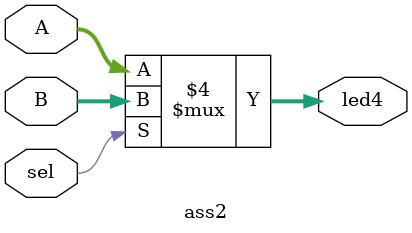
<source format=v>
`timescale 1ns / 1ps


module ass2(
    sel,
    A,B,
    led4
    );
    parameter HMNBIT = 4;
    input  sel;
    input [HMNBIT-1:0] A,B;
    output reg [HMNBIT-1:0] led4;
    always @(*) begin
        if (sel == 0) begin
            led4 = A;
        end
        else begin
            led4 = B;
        end
    end
endmodule

</source>
